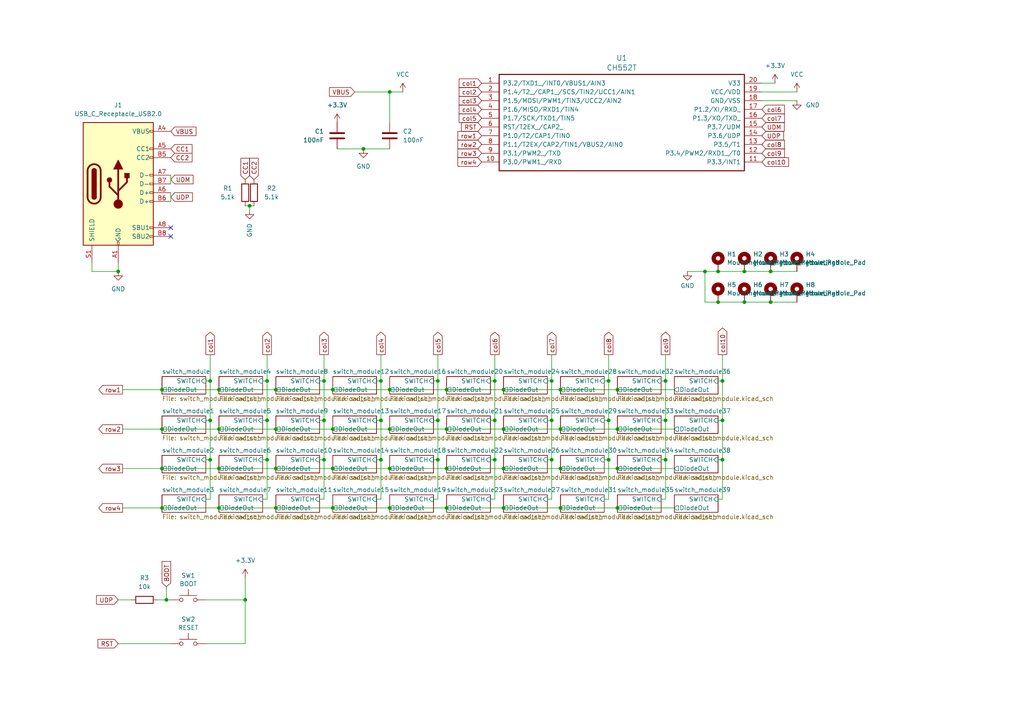
<source format=kicad_sch>
(kicad_sch (version 20231120) (generator "eeschema") (generator_version "8.0")
  (paper "A4")
  (lib_symbols
    (symbol "Connector:USB_C_Receptacle_USB2.0" (pin_names (offset 1.016))
      (property "Reference" "J" (at -10.16 19.05 0))
      (property "Value" "USB_C_Receptacle_USB2.0" (at 19.05 19.05 0))
      (symbol "USB_C_Receptacle_USB2.0_0_0"
        (rectangle (start -0.254 -17.78) (end 0.254 -16.764))
        (rectangle (start 10.16 -14.986) (end 9.144 -15.494))
        (rectangle (start 10.16 -12.446) (end 9.144 -12.954))
        (rectangle (start 10.16 -4.826) (end 9.144 -5.334))
        (rectangle (start 10.16 -2.286) (end 9.144 -2.794))
        (rectangle (start 10.16 0.254) (end 9.144 -0.254))
        (rectangle (start 10.16 2.794) (end 9.144 2.286))
        (rectangle (start 10.16 7.874) (end 9.144 7.366))
        (rectangle (start 10.16 10.414) (end 9.144 9.906))
        (rectangle (start 10.16 15.494) (end 9.144 14.986))
      )
      (symbol "USB_C_Receptacle_USB2.0_0_1"
        (rectangle (start -10.16 17.78) (end 10.16 -17.78) (stroke (width 0.254)) (fill (type background)))
        (arc (start -8.89 -3.81) (mid -6.985 -5.715) (end -5.08 -3.81) (stroke (width 0.508)))
        (arc (start -7.62 -3.81) (mid -6.985 -4.445) (end -6.35 -3.81) (stroke (width 0.254)))
        (arc (start -7.62 -3.81) (mid -6.985 -4.445) (end -6.35 -3.81) (stroke (width 0.254)) (fill (type outline)))
        (rectangle (start -7.62 -3.81) (end -6.35 3.81) (stroke (width 0.254)) (fill (type outline)))
        (arc (start -6.35 3.81) (mid -6.985 4.445) (end -7.62 3.81) (stroke (width 0.254)))
        (arc (start -6.35 3.81) (mid -6.985 4.445) (end -7.62 3.81) (stroke (width 0.254)) (fill (type outline)))
        (arc (start -5.08 3.81) (mid -6.985 5.715) (end -8.89 3.81) (stroke (width 0.508)))
        (circle (center -2.54 1.143) (radius 0.635) (stroke (width 0.254)) (fill (type outline)))
        (circle (center 0 -5.842) (radius 1.27) (fill (type outline)))
        (polyline (pts (xy -8.89 -3.81) (xy -8.89 3.81)) (stroke (width 0.508)))
        (polyline (pts (xy -5.08 3.81) (xy -5.08 -3.81)) (stroke (width 0.508)))
        (polyline (pts (xy 0 -5.842) (xy 0 4.318)) (stroke (width 0.508)))
        (polyline (pts (xy 0 -3.302) (xy -2.54 -0.762) (xy -2.54 0.508)) (stroke (width 0.508)))
        (polyline (pts (xy 0 -2.032) (xy 2.54 0.508) (xy 2.54 1.778)) (stroke (width 0.508)))
        (polyline (pts (xy -1.27 4.318) (xy 0 6.858) (xy 1.27 4.318) (xy -1.27 4.318)) (stroke (width 0.254)) (fill (type outline)))
        (rectangle (start 1.905 1.778) (end 3.175 3.048) (stroke (width 0.254)) (fill (type outline)))
      )
      (symbol "USB_C_Receptacle_USB2.0_1_1"
        (pin passive line (at 0 -22.86 90) (length 5.08) (name "GND") (number "A1"))
        (pin passive line (at 0 -22.86 90) (length 5.08) hide (name "GND") (number "A12"))
        (pin passive line (at 15.24 15.24 180) (length 5.08) (name "VBUS") (number "A4"))
        (pin bidirectional line (at 15.24 10.16 180) (length 5.08) (name "CC1") (number "A5"))
        (pin bidirectional line (at 15.24 -2.54 180) (length 5.08) (name "D+") (number "A6"))
        (pin bidirectional line (at 15.24 2.54 180) (length 5.08) (name "D-") (number "A7"))
        (pin bidirectional line (at 15.24 -12.7 180) (length 5.08) (name "SBU1") (number "A8"))
        (pin passive line (at 15.24 15.24 180) (length 5.08) hide (name "VBUS") (number "A9"))
        (pin passive line (at 0 -22.86 90) (length 5.08) hide (name "GND") (number "B1"))
        (pin passive line (at 0 -22.86 90) (length 5.08) hide (name "GND") (number "B12"))
        (pin passive line (at 15.24 15.24 180) (length 5.08) hide (name "VBUS") (number "B4"))
        (pin bidirectional line (at 15.24 7.62 180) (length 5.08) (name "CC2") (number "B5"))
        (pin bidirectional line (at 15.24 -5.08 180) (length 5.08) (name "D+") (number "B6"))
        (pin bidirectional line (at 15.24 0 180) (length 5.08) (name "D-") (number "B7"))
        (pin bidirectional line (at 15.24 -15.24 180) (length 5.08) (name "SBU2") (number "B8"))
        (pin passive line (at 15.24 15.24 180) (length 5.08) hide (name "VBUS") (number "B9"))
        (pin passive line (at -7.62 -22.86 90) (length 5.08) (name "SHIELD") (number "S1"))
      )
    )
    (symbol "Device:C" (pin_numbers hide) (pin_names (offset 0.254))
      (property "Reference" "C" (at 0.635 2.54 0))
      (property "Value" "C" (at 0.635 -2.54 0))
      (symbol "C_0_1"
        (polyline (pts (xy -2.032 -0.762) (xy 2.032 -0.762)) (stroke (width 0.508)))
        (polyline (pts (xy -2.032 0.762) (xy 2.032 0.762)) (stroke (width 0.508)))
      )
      (symbol "C_1_1"
        (pin passive line (at 0 3.81 270) (length 2.794) (name "~") (number "1"))
        (pin passive line (at 0 -3.81 90) (length 2.794) (name "~") (number "2"))
      )
    )
    (symbol "Device:R" (pin_numbers hide) (pin_names (offset 0))
      (property "Reference" "R" (at 2.032 0 90))
      (property "Value" "R" (at 0 0 90))
      (symbol "R_0_1"
        (rectangle (start -1.016 -2.54) (end 1.016 2.54) (stroke (width 0.254)))
      )
      (symbol "R_1_1"
        (pin passive line (at 0 3.81 270) (length 1.27) (name "~") (number "1"))
        (pin passive line (at 0 -3.81 90) (length 1.27) (name "~") (number "2"))
      )
    )
    (symbol "Mechanical:MountingHole_Pad" (pin_numbers hide) (pin_names (offset 1.016) hide)
      (property "Reference" "H" (at 0 6.35 0))
      (property "Value" "MountingHole_Pad" (at 0 4.445 0))
      (symbol "MountingHole_Pad_0_1"
        (circle (center 0 1.27) (radius 1.27) (stroke (width 1.27)))
      )
      (symbol "MountingHole_Pad_1_1"
        (pin input line (at 0 -2.54 90) (length 2.54) (name "1") (number "1"))
      )
    )
    (symbol "Switch:SW_Push" (pin_numbers hide) (pin_names (offset 1.016) hide)
      (property "Reference" "SW" (at 1.27 2.54 0))
      (property "Value" "SW_Push" (at 0 -1.524 0))
      (symbol "SW_Push_0_1"
        (circle (center -2.032 0) (radius 0.508))
        (polyline (pts (xy 0 1.27) (xy 0 3.048)))
        (polyline (pts (xy 2.54 1.27) (xy -2.54 1.27)))
        (circle (center 2.032 0) (radius 0.508))
        (pin passive line (at -5.08 0 0) (length 2.54) (name "1") (number "1"))
        (pin passive line (at 5.08 0 180) (length 2.54) (name "2") (number "2"))
      )
    )
    (symbol "power:+3.3V" (power) (pin_names (offset 0))
      (property "Value" "+3.3V" (at 0 3.556 0))
      (symbol "+3.3V_0_1"
        (polyline (pts (xy -0.762 1.27) (xy 0 2.54)))
        (polyline (pts (xy 0 0) (xy 0 2.54)))
        (polyline (pts (xy 0 2.54) (xy 0.762 1.27)))
      )
      (symbol "+3.3V_1_1"
        (pin power_in line (at 0 0 90) (length 0) hide (name "+3V3") (number "1"))
      )
    )
    (symbol "power:GND" (power) (pin_names (offset 0))
      (property "Value" "GND" (at 0 -3.81 0))
      (symbol "GND_0_1"
        (polyline (pts (xy 0 0) (xy 0 -1.27) (xy 1.27 -1.27) (xy 0 -2.54) (xy -1.27 -1.27) (xy 0 -1.27)))
      )
      (symbol "GND_1_1"
        (pin power_in line (at 0 0 270) (length 0) hide (name "GND") (number "1"))
      )
    )
    (symbol "power:VCC" (power) (pin_names (offset 0))
      (property "Value" "VCC" (at 0 3.81 0))
      (symbol "VCC_0_1"
        (polyline (pts (xy -0.762 1.27) (xy 0 2.54)))
        (polyline (pts (xy 0 0) (xy 0 2.54)))
        (polyline (pts (xy 0 2.54) (xy 0.762 1.27)))
      )
      (symbol "VCC_1_1"
        (pin power_in line (at 0 0 90) (length 0) hide (name "VCC") (number "1"))
      )
    )
    (symbol "wch:CH552T" (pin_names (offset 1.016))
      (property "Reference" "U" (at 5.08 6.35 0))
      (property "Value" "CH552T" (at 5.08 3.81 0))
      (symbol "CH552T_1_1"
        (rectangle (start 5.08 2.54) (end 76.2 -25.4) (stroke (width 0.3048)))
        (pin bidirectional line (at 0 0 0) (length 5.08) (name "P3.2/TXD1_/INT0/VBUS1/AIN3") (number "1"))
        (pin bidirectional line (at 0 -22.86 0) (length 5.08) (name "P3.0/PWM1_/RXD") (number "10"))
        (pin bidirectional line (at 81.28 -22.86 180) (length 5.08) (name "P3.3/INT1") (number "11"))
        (pin bidirectional line (at 81.28 -20.32 180) (length 5.08) (name "P3.4/PWM2/RXD1_/T0") (number "12"))
        (pin bidirectional line (at 81.28 -17.78 180) (length 5.08) (name "P3.5/T1") (number "13"))
        (pin bidirectional line (at 81.28 -15.24 180) (length 5.08) (name "P3.6/UDP") (number "14"))
        (pin bidirectional line (at 81.28 -12.7 180) (length 5.08) (name "P3.7/UDM") (number "15"))
        (pin bidirectional line (at 81.28 -10.16 180) (length 5.08) (name "P1.3/XO/TXD_") (number "16"))
        (pin bidirectional line (at 81.28 -7.62 180) (length 5.08) (name "P1.2/XI/RXD_") (number "17"))
        (pin power_in line (at 81.28 -5.08 180) (length 5.08) (name "GND/VSS") (number "18"))
        (pin power_in line (at 81.28 -2.54 180) (length 5.08) (name "VCC/VDD") (number "19"))
        (pin bidirectional line (at 0 -2.54 0) (length 5.08) (name "P1.4/T2_/CAP1_/SCS/TIN2/UCC1/AIN1") (number "2"))
        (pin power_in line (at 81.28 0 180) (length 5.08) (name "V33") (number "20"))
        (pin bidirectional line (at 0 -5.08 0) (length 5.08) (name "P1.5/MOSI/PWM1/TIN3/UCC2/AIN2") (number "3"))
        (pin bidirectional line (at 0 -7.62 0) (length 5.08) (name "P1.6/MISO/RXD1/TIN4") (number "4"))
        (pin bidirectional line (at 0 -10.16 0) (length 5.08) (name "P1.7/SCK/TXD1/TIN5") (number "5"))
        (pin bidirectional line (at 0 -12.7 0) (length 5.08) (name "RST/T2EX_/CAP2_") (number "6"))
        (pin bidirectional line (at 0 -15.24 0) (length 5.08) (name "P1.0/T2/CAP1/TIN0") (number "7"))
        (pin bidirectional line (at 0 -17.78 0) (length 5.08) (name "P1.1/T2EX/CAP2/TIN1/VBUS2/AIN0") (number "8"))
        (pin bidirectional line (at 0 -20.32 0) (length 5.08) (name "P3.1/PWM2_/TXD") (number "9"))
      )
    )
  )
  (junction (at 162.56 113.03))
  (junction (at 129.54 135.89))
  (junction (at 176.53 133.35))
  (junction (at 209.55 133.35))
  (junction (at 162.56 135.89))
  (junction (at 63.5 135.89))
  (junction (at 179.07 124.46))
  (junction (at 127 133.35))
  (junction (at 60.96 133.35))
  (junction (at 143.51 110.49))
  (junction (at 146.05 135.89))
  (junction (at 96.52 124.46))
  (junction (at 127 110.49))
  (junction (at 129.54 147.32))
  (junction (at 63.5 113.03))
  (junction (at 146.05 147.32))
  (junction (at 80.01 124.46))
  (junction (at 110.49 110.49))
  (junction (at 46.99 113.03))
  (junction (at 63.5 147.32))
  (junction (at 160.02 121.92))
  (junction (at 113.03 26.67))
  (junction (at 113.03 147.32))
  (junction (at 127 121.92))
  (junction (at 63.5 124.46))
  (junction (at 60.96 121.92))
  (junction (at 46.99 135.89))
  (junction (at 208.28 78.74))
  (junction (at 71.12 173.99))
  (junction (at 105.41 43.18))
  (junction (at 204.47 78.74))
  (junction (at 223.52 78.74))
  (junction (at 113.03 124.46))
  (junction (at 72.39 59.69))
  (junction (at 48.26 173.99))
  (junction (at 215.9 78.74))
  (junction (at 208.28 87.63))
  (junction (at 193.04 110.49))
  (junction (at 60.96 110.49))
  (junction (at 80.01 147.32))
  (junction (at 160.02 133.35))
  (junction (at 110.49 133.35))
  (junction (at 93.98 110.49))
  (junction (at 77.47 110.49))
  (junction (at 209.55 110.49))
  (junction (at 80.01 135.89))
  (junction (at 110.49 121.92))
  (junction (at 223.52 87.63))
  (junction (at 162.56 147.32))
  (junction (at 215.9 87.63))
  (junction (at 77.47 121.92))
  (junction (at 179.07 113.03))
  (junction (at 96.52 113.03))
  (junction (at 93.98 133.35))
  (junction (at 209.55 121.92))
  (junction (at 113.03 135.89))
  (junction (at 34.29 78.74))
  (junction (at 143.51 133.35))
  (junction (at 80.01 113.03))
  (junction (at 129.54 113.03))
  (junction (at 46.99 124.46))
  (junction (at 143.51 121.92))
  (junction (at 129.54 124.46))
  (junction (at 93.98 121.92))
  (junction (at 96.52 135.89))
  (junction (at 146.05 124.46))
  (junction (at 179.07 135.89))
  (junction (at 146.05 113.03))
  (junction (at 162.56 124.46))
  (junction (at 77.47 133.35))
  (junction (at 176.53 121.92))
  (junction (at 113.03 113.03))
  (junction (at 96.52 147.32))
  (junction (at 160.02 110.49))
  (junction (at 179.07 147.32))
  (junction (at 176.53 110.49))
  (junction (at 193.04 121.92))
  (junction (at 193.04 133.35))
  (junction (at 46.99 147.32))
  (no_connect (at 49.53 68.58))
  (no_connect (at 49.53 66.04))
  (wire (pts (xy 193.04 121.92) (xy 191.77 121.92)))
  (wire (pts (xy 93.98 133.35) (xy 93.98 121.92)))
  (wire (pts (xy 179.07 147.32) (xy 195.58 147.32)))
  (wire (pts (xy 93.98 121.92) (xy 92.71 121.92)))
  (wire (pts (xy 143.51 133.35) (xy 143.51 121.92)))
  (wire (pts (xy 191.77 144.78) (xy 193.04 144.78)))
  (wire (pts (xy 26.67 76.2) (xy 26.67 78.74)))
  (wire (pts (xy 179.07 124.46) (xy 195.58 124.46)))
  (wire (pts (xy 220.98 24.13) (xy 224.79 24.13)))
  (wire (pts (xy 76.2 110.49) (xy 77.47 110.49)))
  (wire (pts (xy 35.56 147.32) (xy 46.99 147.32)))
  (wire (pts (xy 175.26 144.78) (xy 176.53 144.78)))
  (wire (pts (xy 93.98 110.49) (xy 93.98 121.92)))
  (wire (pts (xy 113.03 113.03) (xy 129.54 113.03)))
  (wire (pts (xy 158.75 110.49) (xy 160.02 110.49)))
  (wire (pts (xy 35.56 135.89) (xy 46.99 135.89)))
  (wire (pts (xy 113.03 26.67) (xy 113.03 35.56)))
  (wire (pts (xy 49.53 50.8) (xy 49.53 53.34)))
  (wire (pts (xy 175.26 110.49) (xy 176.53 110.49)))
  (wire (pts (xy 129.54 124.46) (xy 146.05 124.46)))
  (wire (pts (xy 193.04 133.35) (xy 193.04 121.92)))
  (wire (pts (xy 80.01 124.46) (xy 96.52 124.46)))
  (wire (pts (xy 129.54 147.32) (xy 146.05 147.32)))
  (wire (pts (xy 209.55 121.92) (xy 208.28 121.92)))
  (wire (pts (xy 59.69 173.99) (xy 71.12 173.99)))
  (wire (pts (xy 71.12 186.69) (xy 59.69 186.69)))
  (wire (pts (xy 77.47 133.35) (xy 77.47 121.92)))
  (wire (pts (xy 209.55 102.87) (xy 209.55 110.49)))
  (wire (pts (xy 110.49 144.78) (xy 110.49 133.35)))
  (wire (pts (xy 208.28 110.49) (xy 209.55 110.49)))
  (wire (pts (xy 59.69 121.92) (xy 60.96 121.92)))
  (wire (pts (xy 176.53 121.92) (xy 175.26 121.92)))
  (wire (pts (xy 199.39 78.74) (xy 204.47 78.74)))
  (wire (pts (xy 231.14 78.74) (xy 223.52 78.74)))
  (wire (pts (xy 204.47 87.63) (xy 208.28 87.63)))
  (wire (pts (xy 110.49 102.87) (xy 110.49 110.49)))
  (wire (pts (xy 223.52 87.63) (xy 231.14 87.63)))
  (wire (pts (xy 127 144.78) (xy 127 133.35)))
  (wire (pts (xy 80.01 113.03) (xy 96.52 113.03)))
  (wire (pts (xy 93.98 144.78) (xy 93.98 133.35)))
  (wire (pts (xy 175.26 133.35) (xy 176.53 133.35)))
  (wire (pts (xy 231.14 29.21) (xy 220.98 29.21)))
  (wire (pts (xy 143.51 102.87) (xy 143.51 110.49)))
  (wire (pts (xy 176.53 144.78) (xy 176.53 133.35)))
  (wire (pts (xy 125.73 121.92) (xy 127 121.92)))
  (wire (pts (xy 59.69 133.35) (xy 60.96 133.35)))
  (wire (pts (xy 63.5 135.89) (xy 80.01 135.89)))
  (wire (pts (xy 26.67 78.74) (xy 34.29 78.74)))
  (wire (pts (xy 49.53 55.88) (xy 49.53 58.42)))
  (wire (pts (xy 80.01 147.32) (xy 96.52 147.32)))
  (wire (pts (xy 220.98 26.67) (xy 231.14 26.67)))
  (wire (pts (xy 110.49 110.49) (xy 110.49 121.92)))
  (wire (pts (xy 193.04 110.49) (xy 193.04 121.92)))
  (wire (pts (xy 209.55 110.49) (xy 209.55 121.92)))
  (wire (pts (xy 162.56 147.32) (xy 179.07 147.32)))
  (wire (pts (xy 127 133.35) (xy 125.73 133.35)))
  (wire (pts (xy 193.04 144.78) (xy 193.04 133.35)))
  (wire (pts (xy 77.47 102.87) (xy 77.47 110.49)))
  (wire (pts (xy 59.69 144.78) (xy 60.96 144.78)))
  (wire (pts (xy 209.55 144.78) (xy 209.55 133.35)))
  (wire (pts (xy 176.53 133.35) (xy 176.53 121.92)))
  (wire (pts (xy 146.05 135.89) (xy 162.56 135.89)))
  (wire (pts (xy 146.05 124.46) (xy 162.56 124.46)))
  (wire (pts (xy 142.24 133.35) (xy 143.51 133.35)))
  (wire (pts (xy 93.98 102.87) (xy 93.98 110.49)))
  (wire (pts (xy 143.51 121.92) (xy 142.24 121.92)))
  (wire (pts (xy 143.51 144.78) (xy 143.51 133.35)))
  (wire (pts (xy 125.73 144.78) (xy 127 144.78)))
  (wire (pts (xy 102.87 26.67) (xy 113.03 26.67)))
  (wire (pts (xy 63.5 147.32) (xy 80.01 147.32)))
  (wire (pts (xy 46.99 147.32) (xy 63.5 147.32)))
  (wire (pts (xy 162.56 113.03) (xy 179.07 113.03)))
  (wire (pts (xy 96.52 124.46) (xy 113.03 124.46)))
  (wire (pts (xy 193.04 102.87) (xy 193.04 110.49)))
  (wire (pts (xy 109.22 133.35) (xy 110.49 133.35)))
  (wire (pts (xy 162.56 135.89) (xy 179.07 135.89)))
  (wire (pts (xy 125.73 110.49) (xy 127 110.49)))
  (wire (pts (xy 45.72 173.99) (xy 48.26 173.99)))
  (wire (pts (xy 60.96 133.35) (xy 60.96 121.92)))
  (wire (pts (xy 92.71 133.35) (xy 93.98 133.35)))
  (wire (pts (xy 162.56 124.46) (xy 179.07 124.46)))
  (wire (pts (xy 77.47 110.49) (xy 77.47 121.92)))
  (wire (pts (xy 208.28 144.78) (xy 209.55 144.78)))
  (wire (pts (xy 96.52 147.32) (xy 113.03 147.32)))
  (wire (pts (xy 76.2 133.35) (xy 77.47 133.35)))
  (wire (pts (xy 110.49 121.92) (xy 109.22 121.92)))
  (wire (pts (xy 109.22 144.78) (xy 110.49 144.78)))
  (wire (pts (xy 60.96 102.87) (xy 60.96 110.49)))
  (wire (pts (xy 77.47 121.92) (xy 76.2 121.92)))
  (wire (pts (xy 71.12 173.99) (xy 71.12 186.69)))
  (wire (pts (xy 46.99 124.46) (xy 63.5 124.46)))
  (wire (pts (xy 179.07 135.89) (xy 195.58 135.89)))
  (wire (pts (xy 92.71 144.78) (xy 93.98 144.78)))
  (wire (pts (xy 34.29 173.99) (xy 38.1 173.99)))
  (wire (pts (xy 46.99 135.89) (xy 63.5 135.89)))
  (wire (pts (xy 72.39 59.69) (xy 73.66 59.69)))
  (wire (pts (xy 208.28 87.63) (xy 215.9 87.63)))
  (wire (pts (xy 110.49 133.35) (xy 110.49 121.92)))
  (wire (pts (xy 209.55 133.35) (xy 209.55 121.92)))
  (wire (pts (xy 191.77 110.49) (xy 193.04 110.49)))
  (wire (pts (xy 92.71 110.49) (xy 93.98 110.49)))
  (wire (pts (xy 76.2 144.78) (xy 77.47 144.78)))
  (wire (pts (xy 48.26 173.99) (xy 49.53 173.99)))
  (wire (pts (xy 72.39 59.69) (xy 72.39 60.96)))
  (wire (pts (xy 179.07 113.03) (xy 195.58 113.03)))
  (wire (pts (xy 97.79 43.18) (xy 105.41 43.18)))
  (wire (pts (xy 208.28 78.74) (xy 204.47 78.74)))
  (wire (pts (xy 215.9 87.63) (xy 223.52 87.63)))
  (wire (pts (xy 158.75 144.78) (xy 160.02 144.78)))
  (wire (pts (xy 146.05 147.32) (xy 162.56 147.32)))
  (wire (pts (xy 60.96 110.49) (xy 60.96 121.92)))
  (wire (pts (xy 160.02 102.87) (xy 160.02 110.49)))
  (wire (pts (xy 127 102.87) (xy 127 110.49)))
  (wire (pts (xy 77.47 144.78) (xy 77.47 133.35)))
  (wire (pts (xy 113.03 124.46) (xy 129.54 124.46)))
  (wire (pts (xy 127 110.49) (xy 127 121.92)))
  (wire (pts (xy 63.5 124.46) (xy 80.01 124.46)))
  (wire (pts (xy 142.24 144.78) (xy 143.51 144.78)))
  (wire (pts (xy 46.99 113.03) (xy 63.5 113.03)))
  (wire (pts (xy 113.03 26.67) (xy 116.84 26.67)))
  (wire (pts (xy 71.12 59.69) (xy 72.39 59.69)))
  (wire (pts (xy 105.41 43.18) (xy 113.03 43.18)))
  (wire (pts (xy 143.51 110.49) (xy 143.51 121.92)))
  (wire (pts (xy 71.12 167.64) (xy 71.12 173.99)))
  (wire (pts (xy 129.54 135.89) (xy 146.05 135.89)))
  (wire (pts (xy 223.52 78.74) (xy 215.9 78.74)))
  (wire (pts (xy 160.02 133.35) (xy 158.75 133.35)))
  (wire (pts (xy 160.02 110.49) (xy 160.02 121.92)))
  (wire (pts (xy 158.75 121.92) (xy 160.02 121.92)))
  (wire (pts (xy 146.05 113.03) (xy 162.56 113.03)))
  (wire (pts (xy 63.5 113.03) (xy 80.01 113.03)))
  (wire (pts (xy 48.26 170.18) (xy 48.26 173.99)))
  (wire (pts (xy 129.54 113.03) (xy 146.05 113.03)))
  (wire (pts (xy 96.52 135.89) (xy 113.03 135.89)))
  (wire (pts (xy 96.52 113.03) (xy 113.03 113.03)))
  (wire (pts (xy 80.01 135.89) (xy 96.52 135.89)))
  (wire (pts (xy 208.28 133.35) (xy 209.55 133.35)))
  (wire (pts (xy 191.77 133.35) (xy 193.04 133.35)))
  (wire (pts (xy 35.56 113.03) (xy 46.99 113.03)))
  (wire (pts (xy 176.53 110.49) (xy 176.53 121.92)))
  (wire (pts (xy 176.53 102.87) (xy 176.53 110.49)))
  (wire (pts (xy 35.56 124.46) (xy 46.99 124.46)))
  (wire (pts (xy 59.69 110.49) (xy 60.96 110.49)))
  (wire (pts (xy 34.29 186.69) (xy 49.53 186.69)))
  (wire (pts (xy 60.96 144.78) (xy 60.96 133.35)))
  (wire (pts (xy 34.29 76.2) (xy 34.29 78.74)))
  (wire (pts (xy 127 121.92) (xy 127 133.35)))
  (wire (pts (xy 215.9 78.74) (xy 208.28 78.74)))
  (wire (pts (xy 113.03 147.32) (xy 129.54 147.32)))
  (wire (pts (xy 160.02 144.78) (xy 160.02 133.35)))
  (wire (pts (xy 204.47 78.74) (xy 204.47 87.63)))
  (wire (pts (xy 113.03 135.89) (xy 129.54 135.89)))
  (wire (pts (xy 160.02 121.92) (xy 160.02 133.35)))
  (wire (pts (xy 142.24 110.49) (xy 143.51 110.49)))
  (wire (pts (xy 109.22 110.49) (xy 110.49 110.49)))
  (global_label "row4" (shape output) (at 35.56 147.32 180) (property "Intersheetrefs" "${INTERSHEET_REFS}" (effects (hide yes))))
  (global_label "col5" (shape output) (at 127 102.87 90) (property "Intersheetrefs" "${INTERSHEET_REFS}" (effects (hide yes))))
  (global_label "col1" (shape output) (at 60.96 102.87 90) (property "Intersheetrefs" "${INTERSHEET_REFS}" (effects (hide yes))))
  (global_label "CC1" (shape input) (at 49.53 43.18 0) (property "Intersheetrefs" "${INTERSHEET_REFS}" (effects (hide yes))))
  (global_label "col7" (shape output) (at 160.02 102.87 90) (property "Intersheetrefs" "${INTERSHEET_REFS}" (effects (hide yes))))
  (global_label "row1" (shape input) (at 139.7 39.37 180) (property "Intersheetrefs" "${INTERSHEET_REFS}" (effects (hide yes))))
  (global_label "col6" (shape output) (at 143.51 102.87 90) (property "Intersheetrefs" "${INTERSHEET_REFS}" (effects (hide yes))))
  (global_label "UDP" (shape input) (at 220.98 39.37 0) (property "Intersheetrefs" "${INTERSHEET_REFS}" (effects (hide yes))))
  (global_label "col4" (shape input) (at 139.7 31.75 180) (property "Intersheetrefs" "${INTERSHEET_REFS}" (effects (hide yes))))
  (global_label "col2" (shape output) (at 77.47 102.87 90) (property "Intersheetrefs" "${INTERSHEET_REFS}" (effects (hide yes))))
  (global_label "col10" (shape output) (at 209.55 102.87 90) (property "Intersheetrefs" "${INTERSHEET_REFS}" (effects (hide yes))))
  (global_label "col1" (shape input) (at 139.7 24.13 180) (property "Intersheetrefs" "${INTERSHEET_REFS}" (effects (hide yes))))
  (global_label "row2" (shape output) (at 35.56 124.46 180) (property "Intersheetrefs" "${INTERSHEET_REFS}" (effects (hide yes))))
  (global_label "UDM" (shape input) (at 220.98 36.83 0) (property "Intersheetrefs" "${INTERSHEET_REFS}" (effects (hide yes))))
  (global_label "col8" (shape output) (at 176.53 102.87 90) (property "Intersheetrefs" "${INTERSHEET_REFS}" (effects (hide yes))))
  (global_label "CC2" (shape input) (at 49.53 45.72 0) (property "Intersheetrefs" "${INTERSHEET_REFS}" (effects (hide yes))))
  (global_label "UDP" (shape input) (at 49.53 57.15 0) (property "Intersheetrefs" "${INTERSHEET_REFS}" (effects (hide yes))))
  (global_label "row3" (shape output) (at 35.56 135.89 180) (property "Intersheetrefs" "${INTERSHEET_REFS}" (effects (hide yes))))
  (global_label "CC1" (shape input) (at 71.12 52.07 90) (property "Intersheetrefs" "${INTERSHEET_REFS}" (effects (hide yes))))
  (global_label "col3" (shape output) (at 93.98 102.87 90) (property "Intersheetrefs" "${INTERSHEET_REFS}" (effects (hide yes))))
  (global_label "col7" (shape input) (at 220.98 34.29 0) (property "Intersheetrefs" "${INTERSHEET_REFS}" (effects (hide yes))))
  (global_label "col3" (shape input) (at 139.7 29.21 180) (property "Intersheetrefs" "${INTERSHEET_REFS}" (effects (hide yes))))
  (global_label "col2" (shape input) (at 139.7 26.67 180) (property "Intersheetrefs" "${INTERSHEET_REFS}" (effects (hide yes))))
  (global_label "col5" (shape input) (at 139.7 34.29 180) (property "Intersheetrefs" "${INTERSHEET_REFS}" (effects (hide yes))))
  (global_label "UDP" (shape input) (at 34.29 173.99 180) (property "Intersheetrefs" "${INTERSHEET_REFS}" (effects (hide yes))))
  (global_label "VBUS" (shape input) (at 102.87 26.67 180) (property "Intersheetrefs" "${INTERSHEET_REFS}" (effects (hide yes))))
  (global_label "col9" (shape input) (at 220.98 44.45 0) (property "Intersheetrefs" "${INTERSHEET_REFS}" (effects (hide yes))))
  (global_label "row2" (shape input) (at 139.7 41.91 180) (property "Intersheetrefs" "${INTERSHEET_REFS}" (effects (hide yes))))
  (global_label "VBUS" (shape input) (at 49.53 38.1 0) (property "Intersheetrefs" "${INTERSHEET_REFS}" (effects (hide yes))))
  (global_label "row3" (shape input) (at 139.7 44.45 180) (property "Intersheetrefs" "${INTERSHEET_REFS}" (effects (hide yes))))
  (global_label "col10" (shape input) (at 220.98 46.99 0) (property "Intersheetrefs" "${INTERSHEET_REFS}" (effects (hide yes))))
  (global_label "BOOT" (shape input) (at 48.26 170.18 90) (property "Intersheetrefs" "${INTERSHEET_REFS}" (effects (hide yes))))
  (global_label "row4" (shape input) (at 139.7 46.99 180) (property "Intersheetrefs" "${INTERSHEET_REFS}" (effects (hide yes))))
  (global_label "col8" (shape input) (at 220.98 41.91 0) (property "Intersheetrefs" "${INTERSHEET_REFS}" (effects (hide yes))))
  (global_label "RST" (shape input) (at 139.7 36.83 180) (property "Intersheetrefs" "${INTERSHEET_REFS}" (effects (hide yes))))
  (global_label "UDM" (shape input) (at 49.53 52.07 0) (property "Intersheetrefs" "${INTERSHEET_REFS}" (effects (hide yes))))
  (global_label "col4" (shape output) (at 110.49 102.87 90) (property "Intersheetrefs" "${INTERSHEET_REFS}" (effects (hide yes))))
  (global_label "CC2" (shape input) (at 73.66 52.07 90) (property "Intersheetrefs" "${INTERSHEET_REFS}" (effects (hide yes))))
  (global_label "col9" (shape output) (at 193.04 102.87 90) (property "Intersheetrefs" "${INTERSHEET_REFS}" (effects (hide yes))))
  (global_label "RST" (shape input) (at 34.29 186.69 180) (property "Intersheetrefs" "${INTERSHEET_REFS}" (effects (hide yes))))
  (global_label "row1" (shape output) (at 35.56 113.03 180) (property "Intersheetrefs" "${INTERSHEET_REFS}" (effects (hide yes))))
  (global_label "col6" (shape input) (at 220.98 31.75 0) (property "Intersheetrefs" "${INTERSHEET_REFS}" (effects (hide yes))))
  (symbol (lib_id "power:+3.3V") (at 97.79 35.56 0) (mirror y) (unit 1)
    (property "Reference" "#PWR05" (effects (hide yes)))
    (property "Value" "+3.3V" (at 97.79 30.48 0))
    (property "Description" "Power symbol creates a global label with name \"+3.3V\"" (effects (hide yes)))
  )
  (symbol (lib_id "Device:R") (at 73.66 55.88 0) (mirror y) (unit 1)
    (property "Reference" "R2" (at 78.74 54.61 0))
    (property "Value" "5.1k" (at 78.74 57.15 0))
    (property "Footprint" "Library:R_0402_1005Metric" (effects (hide yes)))
    (property "Description" "Resistor" (effects (hide yes)))
    (property "LCSC" "C25905" (effects (hide yes)))
  )
  (symbol (lib_id "wch:CH552T") (at 139.7 24.13 0) (unit 1)
    (property "Reference" "U1" (at 180.34 16.8074 0) (effects (font (size 1.524 1.524))))
    (property "Value" "CH552T" (at 180.34 19.6402 0) (effects (font (size 1.524 1.524))))
    (property "Footprint" "Library:TSSOP-20_4.4x6.5mm_P0.65mm" (effects (hide yes)))
    (property "Datasheet" "http://www.wch.cn/downloads/file/241.html" (effects (hide yes)))
  )
  (symbol (lib_id "power:VCC") (at 231.14 26.67 0) (unit 1)
    (property "Reference" "#PWR03" (effects (hide yes)))
    (property "Value" "VCC" (at 231.14 21.59 0))
    (property "Description" "Power symbol creates a global label with name \"VCC\"" (effects (hide yes)))
  )
  (symbol (lib_id "power:GND") (at 72.39 60.96 0) (mirror y) (unit 1)
    (property "Reference" "#PWR07" (effects (hide yes)))
    (property "Value" "GND" (at 72.39 64.77 90) (effects (justify right)))
    (property "Description" "Power symbol creates a global label with name \"GND\" , ground" (effects (hide yes)))
  )
  (symbol (lib_id "Mechanical:MountingHole_Pad") (at 208.28 85.09 0) (unit 1)
    (property "Reference" "H5" (at 210.82 82.6079 0) (effects (justify left)))
    (property "Value" "MountingHole_Pad" (at 210.82 85.0321 0) (effects (justify left)))
    (property "Footprint" "Library:m1.6_hole" (effects (hide yes)))
    (property "Description" "Mounting Hole with connection" (effects (hide yes)))
  )
  (symbol (lib_id "Switch:SW_Push") (at 54.61 186.69 0) (unit 1) (in_bom no)
    (property "Reference" "SW2" (at 54.61 179.6247 0))
    (property "Value" "RESET" (at 54.61 182.0489 0))
    (property "Footprint" "Library:Button_Mute_Kailh" (effects (hide yes)))
    (property "Description" "Push button switch, generic, two pins" (effects (hide yes)))
    (property "LCSC" "C115357" (effects (hide yes)))
  )
  (symbol (lib_id "Device:R") (at 41.91 173.99 90) (unit 1)
    (property "Reference" "R3" (at 41.91 167.64 90))
    (property "Value" "10k" (at 41.91 170.18 90))
    (property "Footprint" "Library:R_0402_1005Metric" (effects (hide yes)))
    (property "Description" "Resistor" (effects (hide yes)))
    (property "LCSC" "C25744" (effects (hide yes)))
  )
  (symbol (lib_id "power:GND") (at 105.41 43.18 0) (unit 1)
    (property "Reference" "#PWR06" (effects (hide yes)))
    (property "Value" "GND" (at 105.41 48.26 0))
    (property "Description" "Power symbol creates a global label with name \"GND\" , ground" (effects (hide yes)))
  )
  (symbol (lib_id "Mechanical:MountingHole_Pad") (at 215.9 85.09 0) (unit 1)
    (property "Reference" "H6" (at 218.44 82.6079 0) (effects (justify left)))
    (property "Value" "MountingHole_Pad" (at 218.44 85.0321 0) (effects (justify left)))
    (property "Footprint" "Library:m1.6_hole" (effects (hide yes)))
    (property "Description" "Mounting Hole with connection" (effects (hide yes)))
  )
  (symbol (lib_id "Switch:SW_Push") (at 54.61 173.99 0) (unit 1) (in_bom no)
    (property "Reference" "SW1" (at 54.61 166.9247 0))
    (property "Value" "BOOT" (at 54.61 169.3489 0))
    (property "Footprint" "Library:Button_Mute_Kailh" (effects (hide yes)))
    (property "Description" "Push button switch, generic, two pins" (effects (hide yes)))
    (property "LCSC" "C115357" (effects (hide yes)))
  )
  (symbol (lib_id "Device:C") (at 97.79 39.37 0) (unit 1)
    (property "Reference" "C1" (at 93.98 38.1 0) (effects (justify right)))
    (property "Value" "100nF" (at 93.98 40.64 0) (effects (justify right)))
    (property "Footprint" "Library:C_0402_1005Metric" (effects (hide yes)))
    (property "Description" "Unpolarized capacitor" (effects (hide yes)))
    (property "LCSC" "C1525" (effects (hide yes)))
  )
  (symbol (lib_id "Mechanical:MountingHole_Pad") (at 231.14 76.2 0) (unit 1)
    (property "Reference" "H4" (at 233.68 73.7179 0) (effects (justify left)))
    (property "Value" "MountingHole_Pad" (at 233.68 76.1421 0) (effects (justify left)))
    (property "Footprint" "Library:m1.6_hole" (effects (hide yes)))
    (property "Description" "Mounting Hole with connection" (effects (hide yes)))
  )
  (symbol (lib_id "power:VCC") (at 116.84 26.67 0) (mirror y) (unit 1)
    (property "Reference" "#PWR02" (effects (hide yes)))
    (property "Value" "VCC" (at 116.84 21.59 0))
    (property "Description" "Power symbol creates a global label with name \"VCC\"" (effects (hide yes)))
  )
  (symbol (lib_id "power:GND") (at 199.39 78.74 0) (unit 1)
    (property "Reference" "#PWR09" (effects (hide yes)))
    (property "Value" "GND" (at 199.39 82.8731 0))
    (property "Description" "Power symbol creates a global label with name \"GND\" , ground" (effects (hide yes)))
  )
  (symbol (lib_id "Mechanical:MountingHole_Pad") (at 231.14 85.09 0) (unit 1)
    (property "Reference" "H8" (at 233.68 82.6079 0) (effects (justify left)))
    (property "Value" "MountingHole_Pad" (at 233.68 85.0321 0) (effects (justify left)))
    (property "Footprint" "Library:m1.6_hole" (effects (hide yes)))
    (property "Description" "Mounting Hole with connection" (effects (hide yes)))
  )
  (symbol (lib_id "Device:R") (at 71.12 55.88 0) (mirror y) (unit 1)
    (property "Reference" "R1" (at 66.04 54.61 0))
    (property "Value" "5.1k" (at 66.04 57.15 0))
    (property "Footprint" "Library:R_0402_1005Metric" (effects (hide yes)))
    (property "Description" "Resistor" (effects (hide yes)))
    (property "LCSC" "C25905" (effects (hide yes)))
  )
  (symbol (lib_id "Mechanical:MountingHole_Pad") (at 223.52 76.2 0) (unit 1)
    (property "Reference" "H3" (at 226.06 73.7179 0) (effects (justify left)))
    (property "Value" "MountingHole_Pad" (at 226.06 76.1421 0) (effects (justify left)))
    (property "Footprint" "Library:m1.6_hole" (effects (hide yes)))
    (property "Description" "Mounting Hole with connection" (effects (hide yes)))
  )
  (symbol (lib_id "power:+3.3V") (at 71.12 167.64 0) (mirror y) (unit 1)
    (property "Reference" "#PWR010" (effects (hide yes)))
    (property "Value" "+3.3V" (at 71.12 162.56 0))
    (property "Description" "Power symbol creates a global label with name \"+3.3V\"" (effects (hide yes)))
  )
  (symbol (lib_id "power:GND") (at 34.29 78.74 0) (unit 1)
    (property "Reference" "#PWR08" (effects (hide yes)))
    (property "Value" "GND" (at 34.29 83.82 0))
    (property "Description" "Power symbol creates a global label with name \"GND\" , ground" (effects (hide yes)))
  )
  (symbol (lib_id "Mechanical:MountingHole_Pad") (at 208.28 76.2 0) (unit 1)
    (property "Reference" "H1" (at 210.82 73.7179 0) (effects (justify left)))
    (property "Value" "MountingHole_Pad" (at 210.82 76.1421 0) (effects (justify left)))
    (property "Footprint" "Library:m1.6_hole" (effects (hide yes)))
    (property "Description" "Mounting Hole with connection" (effects (hide yes)))
  )
  (symbol (lib_id "Mechanical:MountingHole_Pad") (at 223.52 85.09 0) (unit 1)
    (property "Reference" "H7" (at 226.06 82.6079 0) (effects (justify left)))
    (property "Value" "MountingHole_Pad" (at 226.06 85.0321 0) (effects (justify left)))
    (property "Footprint" "Library:m1.6_hole" (effects (hide yes)))
    (property "Description" "Mounting Hole with connection" (effects (hide yes)))
  )
  (symbol (lib_id "Mechanical:MountingHole_Pad") (at 215.9 76.2 0) (unit 1)
    (property "Reference" "H2" (at 218.44 73.7179 0) (effects (justify left)))
    (property "Value" "MountingHole_Pad" (at 218.44 76.1421 0) (effects (justify left)))
    (property "Footprint" "Library:m1.6_hole" (effects (hide yes)))
    (property "Description" "Mounting Hole with connection" (effects (hide yes)))
  )
  (symbol (lib_id "Connector:USB_C_Receptacle_USB2.0") (at 34.29 53.34 0) (unit 1)
    (property "Reference" "J1" (at 34.29 30.48 0))
    (property "Value" "USB_C_Receptacle_USB2.0" (at 34.29 33.02 0))
    (property "Footprint" "Library:USB_C_Receptacle_HRO_TYPE-C-31-M-12" (effects (hide yes)))
    (property "Datasheet" "https://www.usb.org/sites/default/files/documents/usb_type-c.zip" (effects (hide yes)))
    (property "Description" "USB 2.0-only Type-C Receptacle connector" (effects (hide yes)))
    (property "JLCPCB_CORRECTION" "0; -1.35; 0" (effects (hide yes)))
    (property "LCSC" "C2765186" (effects (hide yes)))
  )
  (symbol (lib_id "power:GND") (at 231.14 29.21 0) (unit 1)
    (property "Reference" "#PWR04" (effects (hide yes)))
    (property "Value" "GND" (at 233.68 30.48 0) (effects (justify left)))
    (property "Description" "Power symbol creates a global label with name \"GND\" , ground" (effects (hide yes)))
  )
  (symbol (lib_id "Device:C") (at 113.03 39.37 0) (unit 1)
    (property "Reference" "C2" (at 116.84 38.1 0) (effects (justify left)))
    (property "Value" "100nF" (at 116.84 40.64 0) (effects (justify left)))
    (property "Footprint" "Library:C_0402_1005Metric" (effects (hide yes)))
    (property "Description" "Unpolarized capacitor" (effects (hide yes)))
    (property "LCSC" "C1525" (effects (hide yes)))
  )
  (symbol (lib_id "power:+3.3V") (at 224.79 24.13 0) (unit 1)
    (property "Reference" "#PWR01" (effects (hide yes)))
    (property "Value" "+3.3V" (at 224.79 19.05 0))
    (property "Description" "Power symbol creates a global label with name \"+3.3V\"" (effects (hide yes)))
  )
  (sheet (at 113.03 109.22) (size 12.7 5.08) (stroke (width 0.1524))
    (property "Sheetname" "switch_module16" (at 113.03 108.5084 0) (effects (justify left bottom)))
    (property "Sheetfile" "switch_module.kicad_sch" (at 113.03 114.8846 0) (effects (justify left top)))
    (pin "DiodeOut" output (at 113.03 113.03 180))
    (pin "SWITCH" input (at 125.73 110.49 0))
  )
  (sheet (at 46.99 132.08) (size 12.7 5.08) (stroke (width 0.1524))
    (property "Sheetname" "switch_module2" (at 46.99 131.3684 0) (effects (justify left bottom)))
    (property "Sheetfile" "switch_module.kicad_sch" (at 46.99 137.7446 0) (effects (justify left top)))
    (pin "DiodeOut" output (at 46.99 135.89 180))
    (pin "SWITCH" input (at 59.69 133.35 0))
  )
  (sheet (at 113.03 120.65) (size 12.7 5.08) (stroke (width 0.1524))
    (property "Sheetname" "switch_module17" (at 113.03 119.9384 0) (effects (justify left bottom)))
    (property "Sheetfile" "switch_module.kicad_sch" (at 113.03 126.3146 0) (effects (justify left top)))
    (pin "DiodeOut" output (at 113.03 124.46 180))
    (pin "SWITCH" input (at 125.73 121.92 0))
  )
  (sheet (at 179.07 143.51) (size 12.7 5.08) (stroke (width 0.1524))
    (property "Sheetname" "switch_module35" (at 179.07 142.7984 0) (effects (justify left bottom)))
    (property "Sheetfile" "switch_module.kicad_sch" (at 179.07 149.1746 0) (effects (justify left top)))
    (pin "DiodeOut" output (at 179.07 147.32 180))
    (pin "SWITCH" input (at 191.77 144.78 0))
  )
  (sheet (at 46.99 143.51) (size 12.7 5.08) (stroke (width 0.1524))
    (property "Sheetname" "switch_module3" (at 46.99 142.7984 0) (effects (justify left bottom)))
    (property "Sheetfile" "switch_module.kicad_sch" (at 46.99 149.1746 0) (effects (justify left top)))
    (pin "DiodeOut" output (at 46.99 147.32 180))
    (pin "SWITCH" input (at 59.69 144.78 0))
  )
  (sheet (at 63.5 109.22) (size 12.7 5.08) (stroke (width 0.1524))
    (property "Sheetname" "switch_module4" (at 63.5 108.5084 0) (effects (justify left bottom)))
    (property "Sheetfile" "switch_module.kicad_sch" (at 63.5 114.8846 0) (effects (justify left top)))
    (pin "DiodeOut" output (at 63.5 113.03 180))
    (pin "SWITCH" input (at 76.2 110.49 0))
  )
  (sheet (at 63.5 132.08) (size 12.7 5.08) (stroke (width 0.1524))
    (property "Sheetname" "switch_module6" (at 63.5 131.3684 0) (effects (justify left bottom)))
    (property "Sheetfile" "switch_module.kicad_sch" (at 63.5 137.7446 0) (effects (justify left top)))
    (pin "DiodeOut" output (at 63.5 135.89 180))
    (pin "SWITCH" input (at 76.2 133.35 0))
  )
  (sheet (at 96.52 143.51) (size 12.7 5.08) (stroke (width 0.1524))
    (property "Sheetname" "switch_module15" (at 96.52 142.7984 0) (effects (justify left bottom)))
    (property "Sheetfile" "switch_module.kicad_sch" (at 96.52 149.1746 0) (effects (justify left top)))
    (pin "DiodeOut" output (at 96.52 147.32 180))
    (pin "SWITCH" input (at 109.22 144.78 0))
  )
  (sheet (at 46.99 109.22) (size 12.7 5.08) (stroke (width 0.1524))
    (property "Sheetname" "switch_module" (at 46.99 108.5084 0) (effects (justify left bottom)))
    (property "Sheetfile" "switch_module.kicad_sch" (at 46.99 114.8846 0) (effects (justify left top)))
    (pin "DiodeOut" output (at 46.99 113.03 180))
    (pin "SWITCH" input (at 59.69 110.49 0))
  )
  (sheet (at 179.07 120.65) (size 12.7 5.08) (stroke (width 0.1524))
    (property "Sheetname" "switch_module33" (at 179.07 119.9384 0) (effects (justify left bottom)))
    (property "Sheetfile" "switch_module.kicad_sch" (at 179.07 126.3146 0) (effects (justify left top)))
    (pin "DiodeOut" output (at 179.07 124.46 180))
    (pin "SWITCH" input (at 191.77 121.92 0))
  )
  (sheet (at 195.58 143.51) (size 12.7 5.08) (stroke (width 0.1524))
    (property "Sheetname" "switch_module39" (at 195.58 142.7984 0) (effects (justify left bottom)))
    (property "Sheetfile" "switch_module.kicad_sch" (at 195.58 149.1746 0) (effects (justify left top)))
    (pin "DiodeOut" output (at 195.58 147.32 180))
    (pin "SWITCH" input (at 208.28 144.78 0))
  )
  (sheet (at 96.52 120.65) (size 12.7 5.08) (stroke (width 0.1524))
    (property "Sheetname" "switch_module13" (at 96.52 119.9384 0) (effects (justify left bottom)))
    (property "Sheetfile" "switch_module.kicad_sch" (at 96.52 126.3146 0) (effects (justify left top)))
    (pin "DiodeOut" output (at 96.52 124.46 180))
    (pin "SWITCH" input (at 109.22 121.92 0))
  )
  (sheet (at 162.56 109.22) (size 12.7 5.08) (stroke (width 0.1524))
    (property "Sheetname" "switch_module28" (at 162.56 108.5084 0) (effects (justify left bottom)))
    (property "Sheetfile" "switch_module.kicad_sch" (at 162.56 114.8846 0) (effects (justify left top)))
    (pin "DiodeOut" output (at 162.56 113.03 180))
    (pin "SWITCH" input (at 175.26 110.49 0))
  )
  (sheet (at 195.58 109.22) (size 12.7 5.08) (stroke (width 0.1524))
    (property "Sheetname" "switch_module36" (at 195.58 108.5084 0) (effects (justify left bottom)))
    (property "Sheetfile" "switch_module.kicad_sch" (at 195.58 114.8846 0) (effects (justify left top)))
    (pin "DiodeOut" output (at 195.58 113.03 180))
    (pin "SWITCH" input (at 208.28 110.49 0))
  )
  (sheet (at 195.58 132.08) (size 12.7 5.08) (stroke (width 0.1524))
    (property "Sheetname" "switch_module38" (at 195.58 131.3684 0) (effects (justify left bottom)))
    (property "Sheetfile" "switch_module.kicad_sch" (at 195.58 137.7446 0) (effects (justify left top)))
    (pin "DiodeOut" output (at 195.58 135.89 180))
    (pin "SWITCH" input (at 208.28 133.35 0))
  )
  (sheet (at 63.5 120.65) (size 12.7 5.08) (stroke (width 0.1524))
    (property "Sheetname" "switch_module5" (at 63.5 119.9384 0) (effects (justify left bottom)))
    (property "Sheetfile" "switch_module.kicad_sch" (at 63.5 126.3146 0) (effects (justify left top)))
    (pin "DiodeOut" output (at 63.5 124.46 180))
    (pin "SWITCH" input (at 76.2 121.92 0))
  )
  (sheet (at 162.56 120.65) (size 12.7 5.08) (stroke (width 0.1524))
    (property "Sheetname" "switch_module29" (at 162.56 119.9384 0) (effects (justify left bottom)))
    (property "Sheetfile" "switch_module.kicad_sch" (at 162.56 126.3146 0) (effects (justify left top)))
    (pin "DiodeOut" output (at 162.56 124.46 180))
    (pin "SWITCH" input (at 175.26 121.92 0))
  )
  (sheet (at 179.07 132.08) (size 12.7 5.08) (stroke (width 0.1524))
    (property "Sheetname" "switch_module34" (at 179.07 131.3684 0) (effects (justify left bottom)))
    (property "Sheetfile" "switch_module.kicad_sch" (at 179.07 137.7446 0) (effects (justify left top)))
    (pin "DiodeOut" output (at 179.07 135.89 180))
    (pin "SWITCH" input (at 191.77 133.35 0))
  )
  (sheet (at 146.05 109.22) (size 12.7 5.08) (stroke (width 0.1524))
    (property "Sheetname" "switch_module24" (at 146.05 108.5084 0) (effects (justify left bottom)))
    (property "Sheetfile" "switch_module.kicad_sch" (at 146.05 114.8846 0) (effects (justify left top)))
    (pin "DiodeOut" output (at 146.05 113.03 180))
    (pin "SWITCH" input (at 158.75 110.49 0))
  )
  (sheet (at 129.54 132.08) (size 12.7 5.08) (stroke (width 0.1524))
    (property "Sheetname" "switch_module22" (at 129.54 131.3684 0) (effects (justify left bottom)))
    (property "Sheetfile" "switch_module.kicad_sch" (at 129.54 137.7446 0) (effects (justify left top)))
    (pin "DiodeOut" output (at 129.54 135.89 180))
    (pin "SWITCH" input (at 142.24 133.35 0))
  )
  (sheet (at 96.52 132.08) (size 12.7 5.08) (stroke (width 0.1524))
    (property "Sheetname" "switch_module14" (at 96.52 131.3684 0) (effects (justify left bottom)))
    (property "Sheetfile" "switch_module.kicad_sch" (at 96.52 137.7446 0) (effects (justify left top)))
    (pin "DiodeOut" output (at 96.52 135.89 180))
    (pin "SWITCH" input (at 109.22 133.35 0))
  )
  (sheet (at 195.58 120.65) (size 12.7 5.08) (stroke (width 0.1524))
    (property "Sheetname" "switch_module37" (at 195.58 119.9384 0) (effects (justify left bottom)))
    (property "Sheetfile" "switch_module.kicad_sch" (at 195.58 126.3146 0) (effects (justify left top)))
    (pin "DiodeOut" output (at 195.58 124.46 180))
    (pin "SWITCH" input (at 208.28 121.92 0))
  )
  (sheet (at 146.05 132.08) (size 12.7 5.08) (stroke (width 0.1524))
    (property "Sheetname" "switch_module26" (at 146.05 131.3684 0) (effects (justify left bottom)))
    (property "Sheetfile" "switch_module.kicad_sch" (at 146.05 137.7446 0) (effects (justify left top)))
    (pin "DiodeOut" output (at 146.05 135.89 180))
    (pin "SWITCH" input (at 158.75 133.35 0))
  )
  (sheet (at 46.99 120.65) (size 12.7 5.08) (stroke (width 0.1524))
    (property "Sheetname" "switch_module1" (at 46.99 119.9384 0) (effects (justify left bottom)))
    (property "Sheetfile" "switch_module.kicad_sch" (at 46.99 126.3146 0) (effects (justify left top)))
    (pin "DiodeOut" output (at 46.99 124.46 180))
    (pin "SWITCH" input (at 59.69 121.92 0))
  )
  (sheet (at 129.54 109.22) (size 12.7 5.08) (stroke (width 0.1524))
    (property "Sheetname" "switch_module20" (at 129.54 108.5084 0) (effects (justify left bottom)))
    (property "Sheetfile" "switch_module.kicad_sch" (at 129.54 114.8846 0) (effects (justify left top)))
    (pin "DiodeOut" output (at 129.54 113.03 180))
    (pin "SWITCH" input (at 142.24 110.49 0))
  )
  (sheet (at 129.54 120.65) (size 12.7 5.08) (stroke (width 0.1524))
    (property "Sheetname" "switch_module21" (at 129.54 119.9384 0) (effects (justify left bottom)))
    (property "Sheetfile" "switch_module.kicad_sch" (at 129.54 126.3146 0) (effects (justify left top)))
    (pin "DiodeOut" output (at 129.54 124.46 180))
    (pin "SWITCH" input (at 142.24 121.92 0))
  )
  (sheet (at 113.03 143.51) (size 12.7 5.08) (stroke (width 0.1524))
    (property "Sheetname" "switch_module19" (at 113.03 142.7984 0) (effects (justify left bottom)))
    (property "Sheetfile" "switch_module.kicad_sch" (at 113.03 149.1746 0) (effects (justify left top)))
    (pin "DiodeOut" output (at 113.03 147.32 180))
    (pin "SWITCH" input (at 125.73 144.78 0))
  )
  (sheet (at 146.05 143.51) (size 12.7 5.08) (stroke (width 0.1524))
    (property "Sheetname" "switch_module27" (at 146.05 142.7984 0) (effects (justify left bottom)))
    (property "Sheetfile" "switch_module.kicad_sch" (at 146.05 149.1746 0) (effects (justify left top)))
    (pin "DiodeOut" output (at 146.05 147.32 180))
    (pin "SWITCH" input (at 158.75 144.78 0))
  )
  (sheet (at 80.01 120.65) (size 12.7 5.08) (stroke (width 0.1524))
    (property "Sheetname" "switch_module9" (at 80.01 119.9384 0) (effects (justify left bottom)))
    (property "Sheetfile" "switch_module.kicad_sch" (at 80.01 126.3146 0) (effects (justify left top)))
    (pin "DiodeOut" output (at 80.01 124.46 180))
    (pin "SWITCH" input (at 92.71 121.92 0))
  )
  (sheet (at 113.03 132.08) (size 12.7 5.08) (stroke (width 0.1524))
    (property "Sheetname" "switch_module18" (at 113.03 131.3684 0) (effects (justify left bottom)))
    (property "Sheetfile" "switch_module.kicad_sch" (at 113.03 137.7446 0) (effects (justify left top)))
    (pin "DiodeOut" output (at 113.03 135.89 180))
    (pin "SWITCH" input (at 125.73 133.35 0))
  )
  (sheet (at 146.05 120.65) (size 12.7 5.08) (stroke (width 0.1524))
    (property "Sheetname" "switch_module25" (at 146.05 119.9384 0) (effects (justify left bottom)))
    (property "Sheetfile" "switch_module.kicad_sch" (at 146.05 126.3146 0) (effects (justify left top)))
    (pin "DiodeOut" output (at 146.05 124.46 180))
    (pin "SWITCH" input (at 158.75 121.92 0))
  )
  (sheet (at 63.5 143.51) (size 12.7 5.08) (stroke (width 0.1524))
    (property "Sheetname" "switch_module7" (at 63.5 142.7984 0) (effects (justify left bottom)))
    (property "Sheetfile" "switch_module.kicad_sch" (at 63.5 149.1746 0) (effects (justify left top)))
    (pin "DiodeOut" output (at 63.5 147.32 180))
    (pin "SWITCH" input (at 76.2 144.78 0))
  )
  (sheet (at 162.56 132.08) (size 12.7 5.08) (stroke (width 0.1524))
    (property "Sheetname" "switch_module30" (at 162.56 131.3684 0) (effects (justify left bottom)))
    (property "Sheetfile" "switch_module.kicad_sch" (at 162.56 137.7446 0) (effects (justify left top)))
    (pin "DiodeOut" output (at 162.56 135.89 180))
    (pin "SWITCH" input (at 175.26 133.35 0))
  )
  (sheet (at 179.07 109.22) (size 12.7 5.08) (stroke (width 0.1524))
    (property "Sheetname" "switch_module32" (at 179.07 108.5084 0) (effects (justify left bottom)))
    (property "Sheetfile" "switch_module.kicad_sch" (at 179.07 114.8846 0) (effects (justify left top)))
    (pin "DiodeOut" output (at 179.07 113.03 180))
    (pin "SWITCH" input (at 191.77 110.49 0))
  )
  (sheet (at 80.01 132.08) (size 12.7 5.08) (stroke (width 0.1524))
    (property "Sheetname" "switch_module10" (at 80.01 131.3684 0) (effects (justify left bottom)))
    (property "Sheetfile" "switch_module.kicad_sch" (at 80.01 137.7446 0) (effects (justify left top)))
    (pin "DiodeOut" output (at 80.01 135.89 180))
    (pin "SWITCH" input (at 92.71 133.35 0))
  )
  (sheet (at 96.52 109.22) (size 12.7 5.08) (stroke (width 0.1524))
    (property "Sheetname" "switch_module12" (at 96.52 108.5084 0) (effects (justify left bottom)))
    (property "Sheetfile" "switch_module.kicad_sch" (at 96.52 114.8846 0) (effects (justify left top)))
    (pin "DiodeOut" output (at 96.52 113.03 180))
    (pin "SWITCH" input (at 109.22 110.49 0))
  )
  (sheet (at 129.54 143.51) (size 12.7 5.08) (stroke (width 0.1524))
    (property "Sheetname" "switch_module23" (at 129.54 142.7984 0) (effects (justify left bottom)))
    (property "Sheetfile" "switch_module.kicad_sch" (at 129.54 149.1746 0) (effects (justify left top)))
    (pin "DiodeOut" output (at 129.54 147.32 180))
    (pin "SWITCH" input (at 142.24 144.78 0))
  )
  (sheet (at 80.01 109.22) (size 12.7 5.08) (stroke (width 0.1524))
    (property "Sheetname" "switch_module8" (at 80.01 108.5084 0) (effects (justify left bottom)))
    (property "Sheetfile" "switch_module.kicad_sch" (at 80.01 114.8846 0) (effects (justify left top)))
    (pin "DiodeOut" output (at 80.01 113.03 180))
    (pin "SWITCH" input (at 92.71 110.49 0))
  )
  (sheet (at 80.01 143.51) (size 12.7 5.08) (stroke (width 0.1524))
    (property "Sheetname" "switch_module11" (at 80.01 142.7984 0) (effects (justify left bottom)))
    (property "Sheetfile" "switch_module.kicad_sch" (at 80.01 149.1746 0) (effects (justify left top)))
    (pin "DiodeOut" output (at 80.01 147.32 180))
    (pin "SWITCH" input (at 92.71 144.78 0))
  )
  (sheet (at 162.56 143.51) (size 12.7 5.08) (stroke (width 0.1524))
    (property "Sheetname" "switch_module31" (at 162.56 142.7984 0) (effects (justify left bottom)))
    (property "Sheetfile" "switch_module.kicad_sch" (at 162.56 149.1746 0) (effects (justify left top)))
    (pin "DiodeOut" output (at 162.56 147.32 180))
    (pin "SWITCH" input (at 175.26 144.78 0))
  )
)
</source>
